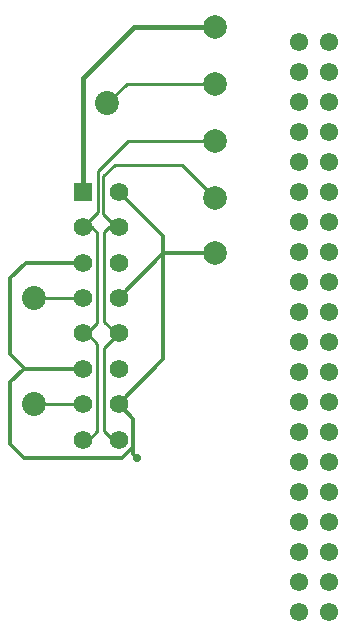
<source format=gbl>
%TF.GenerationSoftware,KiCad,Pcbnew,(5.1.10)-1*%
%TF.CreationDate,2021-05-26T15:53:11-05:00*%
%TF.ProjectId,IAQ RPI PCB Rev 1,49415120-5250-4492-9050-434220526576,1*%
%TF.SameCoordinates,Original*%
%TF.FileFunction,Copper,L2,Bot*%
%TF.FilePolarity,Positive*%
%FSLAX46Y46*%
G04 Gerber Fmt 4.6, Leading zero omitted, Abs format (unit mm)*
G04 Created by KiCad (PCBNEW (5.1.10)-1) date 2021-05-26 15:53:11*
%MOMM*%
%LPD*%
G01*
G04 APERTURE LIST*
%TA.AperFunction,ComponentPad*%
%ADD10C,1.550000*%
%TD*%
%TA.AperFunction,ComponentPad*%
%ADD11R,1.575000X1.575000*%
%TD*%
%TA.AperFunction,ComponentPad*%
%ADD12C,1.575000*%
%TD*%
%TA.AperFunction,ComponentPad*%
%ADD13C,2.000000*%
%TD*%
%TA.AperFunction,ViaPad*%
%ADD14C,2.030000*%
%TD*%
%TA.AperFunction,ViaPad*%
%ADD15C,0.700000*%
%TD*%
%TA.AperFunction,Conductor*%
%ADD16C,0.250000*%
%TD*%
%TA.AperFunction,Conductor*%
%ADD17C,0.400000*%
%TD*%
%TA.AperFunction,Conductor*%
%ADD18C,0.350000*%
%TD*%
G04 APERTURE END LIST*
D10*
%TO.P,J1,1*%
%TO.N,Net-(J1-Pad1)*%
X197612000Y-67310000D03*
%TO.P,J1,2*%
%TO.N,VCC*%
X200152000Y-67310000D03*
%TO.P,J1,3*%
%TO.N,Net-(J1-Pad3)*%
X197612000Y-69850000D03*
%TO.P,J1,4*%
%TO.N,Net-(J1-Pad4)*%
X200152000Y-69850000D03*
%TO.P,J1,5*%
%TO.N,Net-(J1-Pad5)*%
X197612000Y-72390000D03*
%TO.P,J1,6*%
%TO.N,Net-(J1-Pad6)*%
X200152000Y-72390000D03*
%TO.P,J1,7*%
%TO.N,Net-(J1-Pad7)*%
X197612000Y-74930000D03*
%TO.P,J1,8*%
%TO.N,Net-(J1-Pad8)*%
X200152000Y-74930000D03*
%TO.P,J1,9*%
%TO.N,GND*%
X197612000Y-77470000D03*
%TO.P,J1,10*%
%TO.N,Net-(J1-Pad10)*%
X200152000Y-77470000D03*
%TO.P,J1,11*%
%TO.N,Net-(J1-Pad11)*%
X197612000Y-80010000D03*
%TO.P,J1,12*%
%TO.N,Net-(J1-Pad12)*%
X200152000Y-80010000D03*
%TO.P,J1,13*%
%TO.N,Net-(J1-Pad13)*%
X197612000Y-82550000D03*
%TO.P,J1,14*%
%TO.N,Net-(J1-Pad14)*%
X200152000Y-82550000D03*
%TO.P,J1,15*%
%TO.N,Net-(J1-Pad15)*%
X197612000Y-85090000D03*
%TO.P,J1,16*%
%TO.N,Net-(J1-Pad16)*%
X200152000Y-85090000D03*
%TO.P,J1,17*%
%TO.N,Net-(J1-Pad17)*%
X197612000Y-87630000D03*
%TO.P,J1,18*%
%TO.N,Net-(J1-Pad18)*%
X200152000Y-87630000D03*
%TO.P,J1,19*%
%TO.N,Net-(J1-Pad19)*%
X197612000Y-90170000D03*
%TO.P,J1,20*%
%TO.N,Net-(J1-Pad20)*%
X200152000Y-90170000D03*
%TO.P,J1,21*%
%TO.N,Net-(J1-Pad21)*%
X197612000Y-92710000D03*
%TO.P,J1,22*%
%TO.N,Net-(J1-Pad22)*%
X200152000Y-92710000D03*
%TO.P,J1,23*%
%TO.N,Net-(J1-Pad23)*%
X197612000Y-95250000D03*
%TO.P,J1,24*%
%TO.N,Net-(J1-Pad24)*%
X200152000Y-95250000D03*
%TO.P,J1,25*%
%TO.N,Net-(J1-Pad25)*%
X197612000Y-97790000D03*
%TO.P,J1,26*%
%TO.N,Net-(J1-Pad26)*%
X200152000Y-97790000D03*
%TO.P,J1,27*%
%TO.N,Net-(J1-Pad27)*%
X197612000Y-100330000D03*
%TO.P,J1,28*%
%TO.N,Net-(J1-Pad28)*%
X200152000Y-100330000D03*
%TO.P,J1,29*%
%TO.N,Net-(J1-Pad29)*%
X197612000Y-102870000D03*
%TO.P,J1,30*%
%TO.N,GND*%
X200152000Y-102870000D03*
%TO.P,J1,31*%
%TO.N,Net-(J1-Pad31)*%
X197612000Y-105410000D03*
%TO.P,J1,32*%
%TO.N,Net-(J1-Pad32)*%
X200152000Y-105410000D03*
%TO.P,J1,33*%
%TO.N,Net-(J1-Pad33)*%
X197612000Y-107950000D03*
%TO.P,J1,34*%
%TO.N,GND*%
X200152000Y-107950000D03*
%TO.P,J1,35*%
%TO.N,Net-(J1-Pad35)*%
X197612000Y-110490000D03*
%TO.P,J1,36*%
%TO.N,Net-(J1-Pad36)*%
X200152000Y-110490000D03*
%TO.P,J1,37*%
%TO.N,Net-(J1-Pad37)*%
X197612000Y-113030000D03*
%TO.P,J1,38*%
%TO.N,Net-(J1-Pad38)*%
X200152000Y-113030000D03*
%TO.P,J1,39*%
%TO.N,GND*%
X197612000Y-115570000D03*
%TO.P,J1,40*%
%TO.N,Net-(J1-Pad40)*%
X200152000Y-115570000D03*
%TD*%
D11*
%TO.P,J2,1*%
%TO.N,VCC*%
X179324000Y-80010000D03*
D12*
%TO.P,J2,2*%
%TO.N,GND*%
X182324000Y-80010000D03*
%TO.P,J2,3*%
%TO.N,Net-(J1-Pad3)*%
X179324000Y-83010000D03*
%TO.P,J2,4*%
%TO.N,Net-(J1-Pad5)*%
X182324000Y-83010000D03*
%TO.P,J2,5*%
%TO.N,GND*%
X179324000Y-86010000D03*
%TO.P,J2,6*%
%TO.N,Net-(J2-Pad6)*%
X182324000Y-86010000D03*
%TO.P,J2,7*%
%TO.N,Net-(J1-Pad1)*%
X179324000Y-89010000D03*
%TO.P,J2,8*%
%TO.N,GND*%
X182324000Y-89010000D03*
%TO.P,J2,9*%
%TO.N,Net-(J1-Pad3)*%
X179324000Y-92010000D03*
%TO.P,J2,10*%
%TO.N,Net-(J1-Pad5)*%
X182324000Y-92010000D03*
%TO.P,J2,11*%
%TO.N,GND*%
X179324000Y-95010000D03*
%TO.P,J2,12*%
%TO.N,Net-(J2-Pad12)*%
X182324000Y-95010000D03*
%TO.P,J2,13*%
%TO.N,Net-(J1-Pad1)*%
X179324000Y-98010000D03*
%TO.P,J2,14*%
%TO.N,GND*%
X182324000Y-98010000D03*
%TO.P,J2,15*%
%TO.N,Net-(J1-Pad3)*%
X179324000Y-101010000D03*
%TO.P,J2,16*%
%TO.N,Net-(J1-Pad5)*%
X182324000Y-101010000D03*
%TD*%
D13*
%TO.P,GND,1*%
%TO.N,GND*%
X190500000Y-85217000D03*
%TD*%
%TO.P,5V,1*%
%TO.N,VCC*%
X190500000Y-66040000D03*
%TD*%
%TO.P,Pin 5,1*%
%TO.N,Net-(J1-Pad5)*%
X190500000Y-80518000D03*
%TD*%
%TO.P,3.3V,1*%
%TO.N,Net-(J1-Pad1)*%
X190500000Y-70866000D03*
%TD*%
%TO.P,Pin 3,1*%
%TO.N,Net-(J1-Pad3)*%
X190500000Y-75692000D03*
%TD*%
D14*
%TO.N,Net-(J1-Pad1)*%
X181356000Y-72517000D03*
X175133000Y-89027000D03*
X175133000Y-97980500D03*
D15*
%TO.N,GND*%
X183896000Y-102552500D03*
%TD*%
D16*
%TO.N,Net-(J1-Pad1)*%
X190500000Y-70866000D02*
X183007000Y-70866000D01*
X179324000Y-97548002D02*
X179324000Y-98010000D01*
X183007000Y-70866000D02*
X181356000Y-72517000D01*
X179307000Y-89027000D02*
X179324000Y-89010000D01*
X175133000Y-89027000D02*
X179307000Y-89027000D01*
X179294500Y-97980500D02*
X179324000Y-98010000D01*
X175133000Y-97980500D02*
X179294500Y-97980500D01*
D17*
%TO.N,VCC*%
X179324000Y-70358000D02*
X179324000Y-80010000D01*
X183642000Y-66040000D02*
X179324000Y-70358000D01*
X190500000Y-66040000D02*
X183642000Y-66040000D01*
D16*
%TO.N,Net-(J1-Pad3)*%
X180594000Y-81740000D02*
X179324000Y-83010000D01*
X180594000Y-78232000D02*
X180594000Y-81740000D01*
X183134000Y-75692000D02*
X180594000Y-78232000D01*
X190500000Y-75692000D02*
X183134000Y-75692000D01*
X179324000Y-83010000D02*
X180038000Y-83010000D01*
X180536501Y-83508501D02*
X180536501Y-91128501D01*
X180038000Y-83010000D02*
X180536501Y-83508501D01*
X180536501Y-91128501D02*
X179655002Y-92010000D01*
X180536501Y-100260499D02*
X180536501Y-92906501D01*
X179787000Y-101010000D02*
X180536501Y-100260499D01*
X180536501Y-92906501D02*
X179640000Y-92010000D01*
%TO.N,Net-(J1-Pad5)*%
X190500000Y-80518000D02*
X187706000Y-77724000D01*
X187706000Y-77724000D02*
X181991000Y-77724000D01*
X181044010Y-78670990D02*
X181044010Y-81926400D01*
X181991000Y-77724000D02*
X181044010Y-78670990D01*
X181044010Y-81926400D02*
X182127610Y-83010000D01*
X182324000Y-83010000D02*
X181531000Y-83010000D01*
X181111499Y-83429501D02*
X181111499Y-91049501D01*
X181111499Y-91049501D02*
X182071998Y-92010000D01*
X181845500Y-101010000D02*
X181102000Y-100266500D01*
X181102000Y-93232000D02*
X182324000Y-92010000D01*
X181102000Y-100266500D02*
X181102000Y-93232000D01*
X181111499Y-83429501D02*
X181531000Y-83010000D01*
D18*
%TO.N,GND*%
X186117000Y-85217000D02*
X182324000Y-89010000D01*
X190500000Y-85217000D02*
X186117000Y-85217000D01*
X186117000Y-83803000D02*
X186117000Y-85217000D01*
X182324000Y-80010000D02*
X186117000Y-83803000D01*
X186117000Y-94217000D02*
X186117000Y-85217000D01*
X182324000Y-98010000D02*
X186117000Y-94217000D01*
X183586501Y-99272501D02*
X183586501Y-101616001D01*
X182324000Y-98010000D02*
X183586501Y-99272501D01*
X183586501Y-102243001D02*
X183896000Y-102552500D01*
X183586501Y-101616001D02*
X183586501Y-102243001D01*
X179324000Y-86010000D02*
X174467000Y-86010000D01*
X174467000Y-86010000D02*
X173164500Y-87312500D01*
X173164500Y-87312500D02*
X173164500Y-93726000D01*
X174448500Y-95010000D02*
X179324000Y-95010000D01*
X173164500Y-93726000D02*
X174448500Y-95010000D01*
X174307500Y-102552500D02*
X182650002Y-102552500D01*
X173164500Y-101409500D02*
X174307500Y-102552500D01*
X173164500Y-96139000D02*
X173164500Y-101409500D01*
X174293500Y-95010000D02*
X173164500Y-96139000D01*
X182650002Y-102552500D02*
X183586501Y-101616001D01*
X174448500Y-95010000D02*
X174293500Y-95010000D01*
%TD*%
M02*

</source>
